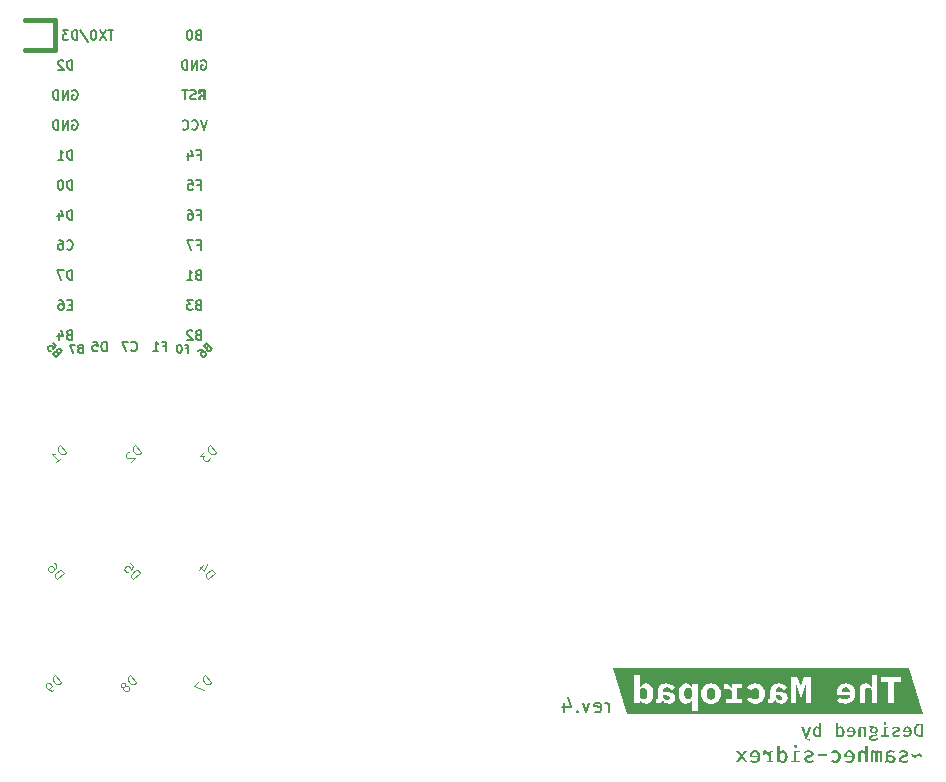
<source format=gbo>
G04 #@! TF.GenerationSoftware,KiCad,Pcbnew,(5.1.10-1-10_14)*
G04 #@! TF.CreationDate,2021-09-20T15:56:21+08:00*
G04 #@! TF.ProjectId,SMP v.2,534d5020-762e-4322-9e6b-696361645f70,rev?*
G04 #@! TF.SameCoordinates,Original*
G04 #@! TF.FileFunction,Legend,Bot*
G04 #@! TF.FilePolarity,Positive*
%FSLAX46Y46*%
G04 Gerber Fmt 4.6, Leading zero omitted, Abs format (unit mm)*
G04 Created by KiCad (PCBNEW (5.1.10-1-10_14)) date 2021-09-20 15:56:21*
%MOMM*%
%LPD*%
G01*
G04 APERTURE LIST*
%ADD10C,0.200000*%
%ADD11C,0.100000*%
%ADD12C,0.381000*%
%ADD13C,0.150000*%
%ADD14C,0.120000*%
%ADD15C,1.000000*%
%ADD16C,2.250000*%
%ADD17C,3.987800*%
%ADD18C,1.750000*%
%ADD19C,1.752600*%
%ADD20R,1.752600X1.752600*%
%ADD21C,6.400000*%
G04 APERTURE END LIST*
D10*
X165236285Y-125129857D02*
X165236285Y-124329857D01*
X165236285Y-124558428D02*
X165179142Y-124444142D01*
X165122000Y-124387000D01*
X165007714Y-124329857D01*
X164893428Y-124329857D01*
X164036285Y-125072714D02*
X164150571Y-125129857D01*
X164379142Y-125129857D01*
X164493428Y-125072714D01*
X164550571Y-124958428D01*
X164550571Y-124501285D01*
X164493428Y-124387000D01*
X164379142Y-124329857D01*
X164150571Y-124329857D01*
X164036285Y-124387000D01*
X163979142Y-124501285D01*
X163979142Y-124615571D01*
X164550571Y-124729857D01*
X163579142Y-124329857D02*
X163293428Y-125129857D01*
X163007714Y-124329857D01*
X162550571Y-125015571D02*
X162493428Y-125072714D01*
X162550571Y-125129857D01*
X162607714Y-125072714D01*
X162550571Y-125015571D01*
X162550571Y-125129857D01*
X161464857Y-124329857D02*
X161464857Y-125129857D01*
X161750571Y-123872714D02*
X162036285Y-124729857D01*
X161293428Y-124729857D01*
D11*
G36*
X189987238Y-121361729D02*
G01*
X189987238Y-122156537D01*
X188234638Y-122156537D01*
X187952063Y-122023187D01*
X187482163Y-122023187D01*
X187482163Y-123032837D01*
X187463113Y-123032837D01*
X187393263Y-122902662D01*
X187293250Y-122796300D01*
X187156725Y-122723275D01*
X186980513Y-122696287D01*
X186764613Y-122735975D01*
X186596338Y-122855037D01*
X186486800Y-123048712D01*
X186457034Y-123171744D01*
X186447113Y-123312237D01*
X186447113Y-124372688D01*
X186917013Y-124372688D01*
X186917013Y-123375738D01*
X186947704Y-123199349D01*
X187039779Y-123093515D01*
X187193238Y-123058237D01*
X187299600Y-123072525D01*
X187393263Y-123116975D01*
X187458350Y-123191587D01*
X187482163Y-123296362D01*
X187482163Y-124372688D01*
X187952063Y-124372688D01*
X187952063Y-122023187D01*
X188234638Y-122156537D01*
X188234638Y-122547062D01*
X188872813Y-122547062D01*
X188872813Y-124372688D01*
X189349063Y-124372688D01*
X189349063Y-122547062D01*
X189987238Y-122547062D01*
X189987238Y-122156537D01*
X189987238Y-121361729D01*
X190648696Y-121361729D01*
X191821858Y-125272271D01*
X185256488Y-124410788D01*
X185509429Y-124385388D01*
X185717921Y-124309188D01*
X185881963Y-124182188D01*
X186000143Y-124011443D01*
X186071051Y-123804010D01*
X186094688Y-123559888D01*
X186080797Y-123369784D01*
X186039125Y-123199525D01*
X185971656Y-123051094D01*
X185880375Y-122926475D01*
X185766075Y-122827256D01*
X185629550Y-122755025D01*
X185472784Y-122710972D01*
X185297763Y-122696287D01*
X185123138Y-122710972D01*
X184967563Y-122755025D01*
X184832625Y-122826066D01*
X184719913Y-122921712D01*
X184629822Y-123041172D01*
X184562750Y-123183650D01*
X184521078Y-123346766D01*
X184507188Y-123528138D01*
X184507188Y-123667838D01*
X185627963Y-123667838D01*
X185627963Y-123696413D01*
X185603356Y-123839684D01*
X185529538Y-123952000D01*
X185408094Y-124024628D01*
X185240613Y-124048838D01*
X185104881Y-124034947D01*
X184989788Y-123993275D01*
X184808813Y-123845638D01*
X184554813Y-124121863D01*
X184669113Y-124231400D01*
X184821513Y-124325063D01*
X185015981Y-124389356D01*
X185256488Y-124410788D01*
X191821858Y-125272271D01*
X190648696Y-125272271D01*
X178992213Y-124372688D01*
X179227163Y-124298075D01*
X179331938Y-124083763D01*
X179347813Y-124083763D01*
X179414091Y-124225844D01*
X179524025Y-124328238D01*
X179670472Y-124390150D01*
X179846288Y-124410788D01*
X180060997Y-124378641D01*
X180228875Y-124282200D01*
X180337222Y-124127816D01*
X180373338Y-123921838D01*
X180326506Y-123698000D01*
X180186013Y-123540838D01*
X180041726Y-123472046D01*
X179858635Y-123430771D01*
X179636738Y-123417013D01*
X179373213Y-123417013D01*
X179373213Y-123334463D01*
X179441475Y-123113800D01*
X179671663Y-123039187D01*
X179912963Y-123096337D01*
X180071713Y-123245562D01*
X180328888Y-123016962D01*
X180222922Y-122889566D01*
X180070125Y-122786775D01*
X179868909Y-122718909D01*
X179617688Y-122696287D01*
X179409725Y-122713397D01*
X179234571Y-122764726D01*
X179092225Y-122850275D01*
X178987274Y-122970396D01*
X178924303Y-123125442D01*
X178903313Y-123315412D01*
X178903313Y-124032963D01*
X178722338Y-124032963D01*
X178722338Y-124372688D01*
X178992213Y-124372688D01*
X190648696Y-125272271D01*
X189987238Y-125272271D01*
X177614262Y-124410788D01*
X177798016Y-124396103D01*
X177961925Y-124352050D01*
X178104006Y-124280216D01*
X178222275Y-124182188D01*
X178316334Y-124059156D01*
X178385787Y-123912313D01*
X178428650Y-123743244D01*
X178442937Y-123553538D01*
X178428650Y-123363831D01*
X178385787Y-123194762D01*
X178316334Y-123047919D01*
X178222275Y-122924887D01*
X178104006Y-122826859D01*
X177961925Y-122755025D01*
X177798809Y-122710972D01*
X177617437Y-122696287D01*
X177374153Y-122723672D01*
X177184050Y-122805825D01*
X177039984Y-122933222D01*
X176934812Y-123096337D01*
X177296762Y-123293187D01*
X177412650Y-123134437D01*
X177617437Y-123070937D01*
X177760709Y-123094353D01*
X177866675Y-123164600D01*
X177932159Y-123275328D01*
X177953987Y-123420188D01*
X177953987Y-123686888D01*
X177932159Y-123831747D01*
X177866675Y-123942475D01*
X177759122Y-124012722D01*
X177611087Y-124036138D01*
X177396775Y-123972638D01*
X177265012Y-123807538D01*
X176909412Y-124010738D01*
X176493487Y-124007563D01*
X176115662Y-124007563D01*
X176115662Y-123099512D01*
X176493487Y-123099512D01*
X176493487Y-122734387D01*
X175645762Y-122734387D01*
X175645762Y-123197937D01*
X175623537Y-123197937D01*
X175561625Y-123024900D01*
X175460025Y-122875675D01*
X175309212Y-122772487D01*
X175099662Y-122734387D01*
X174944087Y-122734387D01*
X174944087Y-123166187D01*
X175293337Y-123166187D01*
X175446531Y-123191984D01*
X175556862Y-123269375D01*
X175623537Y-123384072D01*
X175645762Y-123521788D01*
X175645762Y-124007563D01*
X175106012Y-124007563D01*
X174354728Y-124280216D01*
X174472600Y-124182188D01*
X174566659Y-124059156D01*
X174636113Y-123912313D01*
X174678975Y-123743244D01*
X174693262Y-123553538D01*
X174678975Y-123363831D01*
X174636113Y-123194762D01*
X174566659Y-123047919D01*
X174472600Y-122924887D01*
X174354728Y-122826859D01*
X174213837Y-122755025D01*
X174051912Y-122710972D01*
X173870937Y-122696287D01*
X173689962Y-122710972D01*
X173528037Y-122755025D01*
X173387147Y-122826859D01*
X172731112Y-122734387D01*
X172261212Y-122734387D01*
X172261212Y-123032837D01*
X172238987Y-123032837D01*
X172165169Y-122899487D01*
X172064362Y-122791537D01*
X171929425Y-122720100D01*
X171753212Y-122696287D01*
X171503975Y-122747087D01*
X171310300Y-122902662D01*
X171238069Y-123021725D01*
X171183300Y-123169362D01*
X171148772Y-123346369D01*
X171137262Y-123553538D01*
X171148772Y-123760706D01*
X171183300Y-123937713D01*
X171238069Y-124085350D01*
X171310300Y-124204413D01*
X171503975Y-124359988D01*
X171753212Y-124410788D01*
X171929425Y-124387372D01*
X172064362Y-124317125D01*
X172165169Y-124209572D01*
X172238987Y-124074238D01*
X172261212Y-124074238D01*
X172261212Y-125007688D01*
X172731112Y-125007688D01*
X172731112Y-122734387D01*
X173387147Y-122826859D01*
X173269275Y-122924887D01*
X173175216Y-123047919D01*
X173105762Y-123194762D01*
X173062900Y-123363831D01*
X173048612Y-123553538D01*
X173062900Y-123743244D01*
X173105762Y-123912313D01*
X173175216Y-124059156D01*
X173269275Y-124182188D01*
X173387147Y-124280216D01*
X173528037Y-124352050D01*
X173689962Y-124396103D01*
X173870937Y-124410788D01*
X174051912Y-124396103D01*
X174213837Y-124352050D01*
X174354728Y-124280216D01*
X175106012Y-124007563D01*
X175106012Y-124372688D01*
X176493487Y-124372688D01*
X176493487Y-124007563D01*
X176909412Y-124010738D01*
X177018553Y-124173853D01*
X177168175Y-124301250D01*
X177364628Y-124383403D01*
X177614262Y-124410788D01*
X189987238Y-125272271D01*
X167390762Y-125272271D01*
X169467212Y-124372688D01*
X169702162Y-124298075D01*
X169806937Y-124083763D01*
X169822812Y-124083763D01*
X169889091Y-124225844D01*
X169999025Y-124328238D01*
X170145472Y-124390150D01*
X170321287Y-124410788D01*
X170535997Y-124378641D01*
X170703875Y-124282200D01*
X170812222Y-124127816D01*
X170848337Y-123921838D01*
X170801506Y-123698000D01*
X170661012Y-123540838D01*
X170516726Y-123472046D01*
X170333635Y-123430771D01*
X170111737Y-123417013D01*
X169848212Y-123417013D01*
X169848212Y-123334463D01*
X169916475Y-123113800D01*
X170146662Y-123039187D01*
X170387962Y-123096337D01*
X170546712Y-123245562D01*
X170803887Y-123016962D01*
X170697922Y-122889566D01*
X170545125Y-122786775D01*
X170343909Y-122718909D01*
X170092687Y-122696287D01*
X169884725Y-122713397D01*
X169709571Y-122764726D01*
X169567225Y-122850275D01*
X169462274Y-122970396D01*
X169399303Y-123125442D01*
X169378312Y-123315412D01*
X169378312Y-124032963D01*
X169197337Y-124032963D01*
X169197337Y-124372688D01*
X169467212Y-124372688D01*
X167390762Y-125272271D01*
X166729304Y-125272271D01*
X167390762Y-124372688D01*
X167860662Y-124372688D01*
X167860662Y-124074238D01*
X167882887Y-124074238D01*
X167958691Y-124209572D01*
X168059100Y-124317125D01*
X168192847Y-124387372D01*
X168368662Y-124410788D01*
X168617900Y-124359988D01*
X168811575Y-124204413D01*
X168883806Y-124085350D01*
X168938575Y-123937713D01*
X168973103Y-123760706D01*
X168984612Y-123553538D01*
X168973103Y-123346369D01*
X168938575Y-123169362D01*
X168883806Y-123021725D01*
X168811575Y-122902662D01*
X168617900Y-122747087D01*
X168368662Y-122696287D01*
X168194037Y-122721687D01*
X168059100Y-122791537D01*
X167957500Y-122897900D01*
X167882887Y-123032837D01*
X167860662Y-123032837D01*
X167860662Y-122023187D01*
X167390762Y-122023187D01*
X167390762Y-124372688D01*
X166729304Y-125272271D01*
X165556142Y-121361729D01*
X180662263Y-122156537D01*
X180662263Y-124372688D01*
X181075013Y-124372688D01*
X181075013Y-123385263D01*
X181049613Y-122766137D01*
X181078188Y-122766137D01*
X181490938Y-123905963D01*
X181903688Y-122766137D01*
X181932263Y-122766137D01*
X181906863Y-123385263D01*
X181906863Y-124372688D01*
X182319613Y-124372688D01*
X182319613Y-122156537D01*
X181757638Y-122156537D01*
X181484588Y-122902662D01*
X181459188Y-122902662D01*
X181186138Y-122156537D01*
X180662263Y-122156537D01*
X165556142Y-121361729D01*
X166729304Y-121361729D01*
X167390762Y-121361729D01*
X189987238Y-121361729D01*
G37*
G36*
X173870937Y-124061538D02*
G01*
X173729650Y-124036931D01*
X173623287Y-123963113D01*
X173556612Y-123844050D01*
X173534387Y-123683713D01*
X173534387Y-123423363D01*
X173556612Y-123263025D01*
X173623287Y-123143962D01*
X173729650Y-123070144D01*
X173870937Y-123045537D01*
X174012225Y-123070144D01*
X174118587Y-123143962D01*
X174185262Y-123263025D01*
X174207487Y-123423363D01*
X174207487Y-123683713D01*
X174185262Y-123844050D01*
X174118587Y-123963113D01*
X174012225Y-124036931D01*
X173870937Y-124061538D01*
G37*
G36*
X171956412Y-124045663D02*
G01*
X171815919Y-124021453D01*
X171711937Y-123948825D01*
X171647644Y-123833334D01*
X171626212Y-123680538D01*
X171626212Y-123426538D01*
X171647644Y-123273741D01*
X171711937Y-123158250D01*
X171815919Y-123085622D01*
X171956412Y-123061412D01*
X172170725Y-123121737D01*
X172261212Y-123312237D01*
X172261212Y-123794838D01*
X172170725Y-123985338D01*
X171956412Y-124045663D01*
G37*
G36*
X168165462Y-124045663D02*
G01*
X167951150Y-123985338D01*
X167860662Y-123794838D01*
X167860662Y-123312237D01*
X167951150Y-123121737D01*
X168165462Y-123061412D01*
X168305956Y-123085622D01*
X168409937Y-123158250D01*
X168474231Y-123273741D01*
X168495662Y-123426538D01*
X168495662Y-123680538D01*
X168474231Y-123833334D01*
X168409937Y-123948825D01*
X168305956Y-124021453D01*
X168165462Y-124045663D01*
G37*
G36*
X185294588Y-123032837D02*
G01*
X185431509Y-123056253D01*
X185537475Y-123126500D01*
X185605341Y-123236434D01*
X185627963Y-123378913D01*
X185627963Y-123404313D01*
X184967563Y-123404313D01*
X184967563Y-123378913D01*
X184989391Y-123234450D01*
X185054875Y-123124912D01*
X185158459Y-123055856D01*
X185294588Y-123032837D01*
G37*
G36*
X179668488Y-124102813D02*
G01*
X179458938Y-124042488D01*
X179373213Y-123867863D01*
X179373213Y-123671013D01*
X179624038Y-123671013D01*
X179840731Y-123719431D01*
X179912963Y-123864688D01*
X179912963Y-123928188D01*
X179846288Y-124058363D01*
X179668488Y-124102813D01*
G37*
G36*
X170143487Y-124102813D02*
G01*
X169933937Y-124042488D01*
X169848212Y-123867863D01*
X169848212Y-123671013D01*
X170099037Y-123671013D01*
X170315731Y-123719431D01*
X170387962Y-123864688D01*
X170387962Y-123928188D01*
X170321287Y-124058363D01*
X170143487Y-124102813D01*
G37*
G36*
X187230808Y-126402306D02*
G01*
X187334789Y-126423737D01*
X187398488Y-126427905D01*
X187473696Y-126429294D01*
X187407021Y-126468584D01*
X187517264Y-126538126D01*
X187571768Y-126481505D01*
X187662608Y-126462631D01*
X187736427Y-126474339D01*
X187789608Y-126509462D01*
X187821755Y-126564430D01*
X187832471Y-126635669D01*
X187821556Y-126708098D01*
X187788814Y-126763463D01*
X187735038Y-126798586D01*
X187661021Y-126810294D01*
X187591171Y-126798784D01*
X187540371Y-126764256D01*
X187509414Y-126708297D01*
X187499096Y-126632494D01*
X187517264Y-126538126D01*
X187407021Y-126468584D01*
X187359396Y-126516606D01*
X187330821Y-126574550D01*
X187321296Y-126643606D01*
X187331416Y-126721394D01*
X187361777Y-126789656D01*
X187410791Y-126846409D01*
X187476871Y-126889669D01*
X187558230Y-126917053D01*
X187653083Y-126926181D01*
X187767383Y-126911894D01*
X187794371Y-126942850D01*
X187803896Y-126981744D01*
X187778099Y-127029369D01*
X187700708Y-127045244D01*
X187554658Y-127045244D01*
X187470521Y-127052784D01*
X187395908Y-127075406D01*
X187333797Y-127111323D01*
X187287164Y-127158750D01*
X187257994Y-127215305D01*
X187248271Y-127278606D01*
X187275258Y-127389930D01*
X187356221Y-127473075D01*
X187438771Y-127511440D01*
X187542487Y-127534458D01*
X187667371Y-127542131D01*
X187793775Y-127534789D01*
X187890414Y-127512763D01*
X187960264Y-127476647D01*
X188006302Y-127427038D01*
X188031900Y-127362545D01*
X188040433Y-127281781D01*
X187881683Y-127281781D01*
X187863427Y-127357188D01*
X187799133Y-127398463D01*
X187742777Y-127408583D01*
X187665783Y-127411956D01*
X187556642Y-127404217D01*
X187483221Y-127381000D01*
X187427658Y-127289719D01*
X187471314Y-127211138D01*
X187589583Y-127183356D01*
X187734046Y-127183356D01*
X187833066Y-127171847D01*
X187904702Y-127137319D01*
X187948160Y-127085328D01*
X187962646Y-127021431D01*
X187938833Y-126938881D01*
X187870571Y-126870619D01*
X187935063Y-126826764D01*
X187979314Y-126774575D01*
X188004913Y-126711670D01*
X188013446Y-126635669D01*
X188002333Y-126553317D01*
X187968996Y-126480887D01*
X187915814Y-126420959D01*
X187845171Y-126376112D01*
X187760239Y-126348133D01*
X187664196Y-126338806D01*
X187541760Y-126334837D01*
X187447502Y-126319756D01*
X187364753Y-126293166D01*
X187276846Y-126254669D01*
X187230808Y-126402306D01*
G37*
G36*
X181823783Y-127202406D02*
G01*
X181862677Y-127296686D01*
X181911625Y-127376326D01*
X181970627Y-127441325D01*
X182042682Y-127490978D01*
X182130788Y-127524581D01*
X182234945Y-127542131D01*
X182257170Y-127408781D01*
X182182558Y-127392708D01*
X182123820Y-127369888D01*
X182042858Y-127304006D01*
X181988883Y-127199231D01*
X182049208Y-127199231D01*
X182331783Y-126361031D01*
X182142870Y-126361031D01*
X181931733Y-127075406D01*
X181717420Y-126361031D01*
X181534858Y-126361031D01*
X181823783Y-127202406D01*
G37*
G36*
X184455858Y-126024481D02*
G01*
X184455858Y-127199231D01*
X184613020Y-127199231D01*
X184625720Y-127096044D01*
X184671758Y-127149225D01*
X184727320Y-127188119D01*
X184790820Y-127211931D01*
X184860670Y-127219869D01*
X184956802Y-127206816D01*
X185035648Y-127167658D01*
X185097208Y-127102394D01*
X185141305Y-127014376D01*
X185167764Y-126906955D01*
X185176583Y-126780131D01*
X185166463Y-126658687D01*
X185136102Y-126551531D01*
X185087088Y-126462433D01*
X185021008Y-126395162D01*
X184939649Y-126352895D01*
X184844795Y-126338806D01*
X184727717Y-126361825D01*
X184707477Y-126498747D01*
X184798758Y-126475331D01*
X184879919Y-126494183D01*
X184939252Y-126550737D01*
X184975566Y-126645789D01*
X184987670Y-126780131D01*
X184976756Y-126913481D01*
X184944014Y-127008731D01*
X184889444Y-127065881D01*
X184813045Y-127084931D01*
X184715811Y-127054769D01*
X184633658Y-126964281D01*
X184633658Y-126568994D01*
X184707477Y-126498747D01*
X184727717Y-126361825D01*
X184633658Y-126430881D01*
X184633658Y-126003844D01*
X184455858Y-126024481D01*
G37*
G36*
X182812795Y-126338806D02*
G01*
X182732627Y-126548356D01*
X182786800Y-126493588D01*
X182862008Y-126475331D01*
X182962814Y-126508669D01*
X183042983Y-126595981D01*
X183042983Y-126988094D01*
X182969958Y-127060722D01*
X182877883Y-127084931D01*
X182796722Y-127066080D01*
X182737389Y-127009525D01*
X182701075Y-126914473D01*
X182688970Y-126780131D01*
X182699885Y-126642812D01*
X182732627Y-126548356D01*
X182812795Y-126338806D01*
X182715252Y-126351683D01*
X182636407Y-126390312D01*
X182576258Y-126454694D01*
X182533925Y-126542183D01*
X182508525Y-126650133D01*
X182500058Y-126778544D01*
X182509848Y-126901487D01*
X182539216Y-127007849D01*
X182588164Y-127097631D01*
X182654751Y-127165541D01*
X182737036Y-127206287D01*
X182835020Y-127219869D01*
X182921451Y-127208403D01*
X182994476Y-127174008D01*
X183054095Y-127116681D01*
X183063620Y-127199231D01*
X183220783Y-127199231D01*
X183220783Y-126024481D01*
X183042983Y-126003844D01*
X183042983Y-126461044D01*
X182995953Y-126409053D01*
X182940589Y-126370556D01*
X182878875Y-126346744D01*
X182812795Y-126338806D01*
G37*
G36*
X191553571Y-127199231D02*
G01*
X191637708Y-127059531D01*
X191534521Y-127059531D01*
X191443813Y-127048022D01*
X191369597Y-127013494D01*
X191311874Y-126955947D01*
X191270643Y-126875381D01*
X191245904Y-126771797D01*
X191237658Y-126645194D01*
X191246742Y-126505494D01*
X191273994Y-126399660D01*
X191319414Y-126327694D01*
X191414466Y-126265781D01*
X191536108Y-126245144D01*
X191637708Y-126245144D01*
X191637708Y-127059531D01*
X191553571Y-127199231D01*
X191821858Y-127199231D01*
X191821858Y-126103856D01*
X191571033Y-126103856D01*
X191457824Y-126111050D01*
X191356324Y-126132630D01*
X191266531Y-126168596D01*
X191188446Y-126218950D01*
X191125243Y-126288750D01*
X191080099Y-126383058D01*
X191053012Y-126501872D01*
X191043983Y-126645194D01*
X191053012Y-126788912D01*
X191080099Y-126908917D01*
X191125243Y-127005209D01*
X191188446Y-127077788D01*
X191265439Y-127130919D01*
X191351958Y-127168870D01*
X191448002Y-127191641D01*
X191553571Y-127199231D01*
G37*
G36*
X190464546Y-127081756D02*
G01*
X190352627Y-127063500D01*
X190243883Y-127008731D01*
X190167683Y-127116681D01*
X190231580Y-127160338D01*
X190305796Y-127192881D01*
X190387155Y-127213122D01*
X190472483Y-127219869D01*
X190591016Y-127206551D01*
X190690500Y-127166599D01*
X190770933Y-127100013D01*
X190830023Y-127011201D01*
X190865477Y-126904574D01*
X190877296Y-126780131D01*
X190865786Y-126660870D01*
X190831258Y-126553912D01*
X190774902Y-126464020D01*
X190697908Y-126395956D01*
X190603452Y-126353094D01*
X190494708Y-126338806D01*
X190391256Y-126351242D01*
X190303150Y-126388548D01*
X190230389Y-126450725D01*
X190176150Y-126534598D01*
X190143606Y-126636992D01*
X190132758Y-126757906D01*
X190137521Y-126837281D01*
X190694733Y-126716631D01*
X190305796Y-126716631D01*
X190320083Y-126611459D01*
X190356596Y-126534069D01*
X190414539Y-126486444D01*
X190493121Y-126470569D01*
X190570908Y-126486047D01*
X190632821Y-126532481D01*
X190675286Y-126609475D01*
X190694733Y-126716631D01*
X190137521Y-126837281D01*
X190693145Y-126837281D01*
X190671516Y-126944239D01*
X190622502Y-127020638D01*
X190551660Y-127066477D01*
X190464546Y-127081756D01*
G37*
G36*
X185702045Y-127081756D02*
G01*
X185590127Y-127063500D01*
X185481383Y-127008731D01*
X185405183Y-127116681D01*
X185469080Y-127160338D01*
X185543295Y-127192881D01*
X185624655Y-127213122D01*
X185709983Y-127219869D01*
X185828516Y-127206551D01*
X185928000Y-127166599D01*
X186008433Y-127100013D01*
X186067523Y-127011201D01*
X186102977Y-126904574D01*
X186114795Y-126780131D01*
X186103286Y-126660870D01*
X186068758Y-126553912D01*
X186012402Y-126464020D01*
X185935408Y-126395956D01*
X185840952Y-126353094D01*
X185732208Y-126338806D01*
X185628756Y-126351242D01*
X185540650Y-126388548D01*
X185467889Y-126450725D01*
X185413650Y-126534598D01*
X185381106Y-126636992D01*
X185370258Y-126757906D01*
X185375020Y-126837281D01*
X185932233Y-126716631D01*
X185543295Y-126716631D01*
X185557583Y-126611459D01*
X185594095Y-126534069D01*
X185652039Y-126486444D01*
X185730620Y-126470569D01*
X185808408Y-126486047D01*
X185870320Y-126532481D01*
X185912786Y-126609475D01*
X185932233Y-126716631D01*
X185375020Y-126837281D01*
X185930645Y-126837281D01*
X185909016Y-126944239D01*
X185860002Y-127020638D01*
X185789160Y-127066477D01*
X185702045Y-127081756D01*
G37*
G36*
X189402508Y-126972219D02*
G01*
X189416796Y-126912688D01*
X189473946Y-126869825D01*
X189527524Y-126849386D01*
X189602533Y-126827756D01*
X189723381Y-126787870D01*
X189809702Y-126738062D01*
X189861494Y-126671189D01*
X189878758Y-126580106D01*
X189856136Y-126481483D01*
X189788271Y-126404687D01*
X189720890Y-126368087D01*
X189639398Y-126346126D01*
X189543796Y-126338806D01*
X189425791Y-126349566D01*
X189319429Y-126381845D01*
X189224708Y-126435644D01*
X189300908Y-126548356D01*
X189416796Y-126492397D01*
X189539033Y-126473744D01*
X189658096Y-126496762D01*
X189697783Y-126565819D01*
X189679527Y-126618206D01*
X189616821Y-126657100D01*
X189561655Y-126676745D01*
X189485058Y-126699169D01*
X189365797Y-126741634D01*
X189281064Y-126792831D01*
X189230463Y-126862284D01*
X189213596Y-126959519D01*
X189240186Y-127072430D01*
X189319958Y-127153988D01*
X189396511Y-127190588D01*
X189484352Y-127212549D01*
X189583483Y-127219869D01*
X189714187Y-127206816D01*
X189829016Y-127167658D01*
X189927971Y-127102394D01*
X189834308Y-126994444D01*
X189778944Y-127031552D01*
X189717627Y-127060325D01*
X189651944Y-127078780D01*
X189583483Y-127084931D01*
X189508275Y-127077391D01*
X189450927Y-127054769D01*
X189402508Y-126972219D01*
G37*
G36*
X187030783Y-126361031D02*
G01*
X186876796Y-126361031D01*
X186864096Y-126470569D01*
X186807144Y-126414411D01*
X186741064Y-126372937D01*
X186668635Y-126347339D01*
X186592633Y-126338806D01*
X186491033Y-126355078D01*
X186418008Y-126403894D01*
X186373955Y-126482475D01*
X186359270Y-126588044D01*
X186359270Y-127199231D01*
X186537070Y-127199231D01*
X186537070Y-126676944D01*
X186545802Y-126557087D01*
X186579933Y-126495175D01*
X186656133Y-126475331D01*
X186764877Y-126510256D01*
X186852983Y-126597569D01*
X186852983Y-127199231D01*
X187030783Y-127199231D01*
X187030783Y-126361031D01*
G37*
G36*
X188478583Y-127069056D02*
G01*
X188249983Y-127069056D01*
X188249983Y-127199231D01*
X188905621Y-127199231D01*
X188905621Y-127069056D01*
X188656383Y-127069056D01*
X188656383Y-126491206D01*
X188897683Y-126491206D01*
X188897683Y-126361031D01*
X188478583Y-126361031D01*
X188478583Y-127069056D01*
G37*
G36*
X188484933Y-126062581D02*
G01*
X188517477Y-126141956D01*
X188600821Y-126173706D01*
X188684958Y-126141956D01*
X188716708Y-126062581D01*
X188684164Y-125981619D01*
X188600821Y-125949869D01*
X188517477Y-125982412D01*
X188484933Y-126062581D01*
G37*
G36*
X180890968Y-128024255D02*
G01*
X180930020Y-128119505D01*
X181030033Y-128157605D01*
X181130998Y-128119505D01*
X181169098Y-128024255D01*
X181130045Y-127927100D01*
X181030033Y-127889000D01*
X180930020Y-127928052D01*
X180890968Y-128024255D01*
G37*
G36*
X183660838Y-128704340D02*
G01*
X182971228Y-128704340D01*
X182971228Y-128879600D01*
X183660838Y-128879600D01*
X183660838Y-128704340D01*
G37*
G36*
X191267503Y-128715770D02*
G01*
X191191303Y-128775778D01*
X191128438Y-128793875D01*
X191031283Y-128753870D01*
X190947463Y-128637665D01*
X190812208Y-128702435D01*
X190876264Y-128812925D01*
X190946511Y-128896745D01*
X191030092Y-128949609D01*
X191134153Y-128967230D01*
X191250358Y-128938655D01*
X191360848Y-128856740D01*
X191438001Y-128796733D01*
X191505628Y-128776730D01*
X191602783Y-128816735D01*
X191686603Y-128932940D01*
X191821858Y-128868170D01*
X191757802Y-128758871D01*
X191687556Y-128674813D01*
X191603974Y-128621234D01*
X191499913Y-128603375D01*
X191379898Y-128631950D01*
X191267503Y-128715770D01*
G37*
G36*
X180883348Y-129232025D02*
G01*
X180609028Y-129232025D01*
X180609028Y-129388235D01*
X181395793Y-129388235D01*
X181395793Y-129232025D01*
X181096708Y-129232025D01*
X181096708Y-128538605D01*
X181386268Y-128538605D01*
X181386268Y-128382395D01*
X180883348Y-128382395D01*
X180883348Y-129232025D01*
G37*
G36*
X178281118Y-128382395D02*
G01*
X178317313Y-128753870D01*
X178469713Y-128753870D01*
X178469713Y-128548130D01*
X178567582Y-128570037D01*
X178651640Y-128631950D01*
X178720935Y-128730534D01*
X178774513Y-128862455D01*
X178774513Y-129235835D01*
X178572583Y-129235835D01*
X178572583Y-129388235D01*
X179136463Y-129388235D01*
X179136463Y-129235835D01*
X178987873Y-129235835D01*
X178987873Y-128534795D01*
X179136463Y-128534795D01*
X179136463Y-128382395D01*
X178825948Y-128382395D01*
X178787848Y-128614805D01*
X178722364Y-128501696D01*
X178644020Y-128421447D01*
X178549009Y-128373584D01*
X178433518Y-128357630D01*
X178281118Y-128382395D01*
G37*
G36*
X184127563Y-129152015D02*
G01*
X184030408Y-129289175D01*
X184103751Y-129340372D01*
X184190428Y-129379663D01*
X184285202Y-129404666D01*
X184382833Y-129413000D01*
X184525285Y-129397231D01*
X184645300Y-129349923D01*
X184742878Y-129271078D01*
X184814845Y-129165773D01*
X184858025Y-129039091D01*
X184872418Y-128891030D01*
X184857654Y-128745059D01*
X184813363Y-128615757D01*
X184741211Y-128507649D01*
X184642866Y-128425257D01*
X184521184Y-128373108D01*
X184379023Y-128355725D01*
X184251388Y-128369272D01*
X184135183Y-128409912D01*
X184030408Y-128477645D01*
X184129468Y-128610995D01*
X184251864Y-128548130D01*
X184375213Y-128527175D01*
X184487608Y-128549797D01*
X184573333Y-128617662D01*
X184627626Y-128731248D01*
X184645723Y-128891030D01*
X184627626Y-129046288D01*
X184573333Y-129153920D01*
X184487608Y-129216785D01*
X184375213Y-129237740D01*
X184253293Y-129216309D01*
X184127563Y-129152015D01*
G37*
G36*
X181992058Y-129115820D02*
G01*
X182009203Y-129044383D01*
X182077783Y-128992948D01*
X182142077Y-128968421D01*
X182232088Y-128942465D01*
X182377106Y-128894602D01*
X182480690Y-128834833D01*
X182542841Y-128754584D01*
X182563558Y-128645285D01*
X182536412Y-128526937D01*
X182454973Y-128434782D01*
X182374116Y-128390862D01*
X182276326Y-128364509D01*
X182161603Y-128355725D01*
X182019998Y-128368637D01*
X181892363Y-128407372D01*
X181778698Y-128471930D01*
X181870138Y-128607185D01*
X182009203Y-128540034D01*
X182155888Y-128517650D01*
X182298763Y-128545272D01*
X182346388Y-128628140D01*
X182324480Y-128691005D01*
X182249233Y-128737678D01*
X182183034Y-128761252D01*
X182091118Y-128788160D01*
X181948005Y-128839119D01*
X181846326Y-128900555D01*
X181785604Y-128983899D01*
X181765363Y-129100580D01*
X181797272Y-129236073D01*
X181892998Y-129333943D01*
X181984861Y-129377863D01*
X182090271Y-129404216D01*
X182209228Y-129413000D01*
X182366073Y-129397337D01*
X182503868Y-129350347D01*
X182622613Y-129272030D01*
X182510218Y-129142490D01*
X182443781Y-129187019D01*
X182370200Y-129221548D01*
X182291381Y-129243693D01*
X182209228Y-129251075D01*
X182118979Y-129242026D01*
X182050160Y-129214880D01*
X181992058Y-129115820D01*
G37*
G36*
X189993058Y-129115820D02*
G01*
X190010203Y-129044383D01*
X190078783Y-128992948D01*
X190143077Y-128968421D01*
X190233088Y-128942465D01*
X190378106Y-128894602D01*
X190481691Y-128834833D01*
X190543841Y-128754584D01*
X190564558Y-128645285D01*
X190537412Y-128526937D01*
X190455973Y-128434782D01*
X190375116Y-128390862D01*
X190277326Y-128364509D01*
X190162603Y-128355725D01*
X190020998Y-128368637D01*
X189893363Y-128407372D01*
X189779698Y-128471930D01*
X189871138Y-128607185D01*
X190010203Y-128540034D01*
X190156888Y-128517650D01*
X190299763Y-128545272D01*
X190347388Y-128628140D01*
X190325481Y-128691005D01*
X190250233Y-128737678D01*
X190184034Y-128761252D01*
X190092118Y-128788160D01*
X189949005Y-128839119D01*
X189847326Y-128900555D01*
X189786604Y-128983899D01*
X189766363Y-129100580D01*
X189798272Y-129236073D01*
X189893998Y-129333943D01*
X189985861Y-129377863D01*
X190091271Y-129404216D01*
X190210228Y-129413000D01*
X190367073Y-129397337D01*
X190504868Y-129350347D01*
X190623613Y-129272030D01*
X190511218Y-129142490D01*
X190444781Y-129187019D01*
X190371201Y-129221548D01*
X190292381Y-129243693D01*
X190210228Y-129251075D01*
X190119979Y-129242026D01*
X190051161Y-129214880D01*
X189993058Y-129115820D01*
G37*
G36*
X177551503Y-129247265D02*
G01*
X177417200Y-129225358D01*
X177286708Y-129159635D01*
X177195268Y-129289175D01*
X177271944Y-129341563D01*
X177361003Y-129380615D01*
X177458634Y-129404904D01*
X177561028Y-129413000D01*
X177703268Y-129397019D01*
X177822648Y-129349077D01*
X177919168Y-129269173D01*
X177990076Y-129162598D01*
X178032621Y-129034646D01*
X178046803Y-128885315D01*
X178032992Y-128742202D01*
X177991558Y-128613852D01*
X177923930Y-128505982D01*
X177831538Y-128424305D01*
X177718190Y-128372870D01*
X177587698Y-128355725D01*
X177463555Y-128370647D01*
X177357828Y-128415415D01*
X177270515Y-128490027D01*
X177205428Y-128590675D01*
X177166375Y-128713548D01*
X177153358Y-128858645D01*
X177159073Y-128953895D01*
X177827728Y-128809115D01*
X177361003Y-128809115D01*
X177378148Y-128682909D01*
X177421963Y-128590040D01*
X177491495Y-128532890D01*
X177585793Y-128513840D01*
X177679138Y-128532414D01*
X177753433Y-128588135D01*
X177804392Y-128680528D01*
X177827728Y-128809115D01*
X177159073Y-128953895D01*
X177825823Y-128953895D01*
X177799867Y-129082244D01*
X177741050Y-129173922D01*
X177656040Y-129228929D01*
X177551503Y-129247265D01*
G37*
G36*
X185552503Y-129247265D02*
G01*
X185418201Y-129225358D01*
X185287708Y-129159635D01*
X185196268Y-129289175D01*
X185272944Y-129341563D01*
X185362003Y-129380615D01*
X185459634Y-129404904D01*
X185562028Y-129413000D01*
X185704268Y-129397019D01*
X185823648Y-129349077D01*
X185920168Y-129269173D01*
X185991076Y-129162598D01*
X186033621Y-129034646D01*
X186047803Y-128885315D01*
X186033992Y-128742202D01*
X185992558Y-128613852D01*
X185924930Y-128505982D01*
X185832538Y-128424305D01*
X185719191Y-128372870D01*
X185588698Y-128355725D01*
X185464556Y-128370647D01*
X185358828Y-128415415D01*
X185271516Y-128490027D01*
X185206428Y-128590675D01*
X185167376Y-128713548D01*
X185154358Y-128858645D01*
X185160073Y-128953895D01*
X185828728Y-128809115D01*
X185362003Y-128809115D01*
X185379148Y-128682909D01*
X185422963Y-128590040D01*
X185492496Y-128532890D01*
X185586793Y-128513840D01*
X185680138Y-128532414D01*
X185754433Y-128588135D01*
X185805392Y-128680528D01*
X185828728Y-128809115D01*
X185160073Y-128953895D01*
X185826823Y-128953895D01*
X185800867Y-129082244D01*
X185742051Y-129173922D01*
X185657040Y-129228929D01*
X185552503Y-129247265D01*
G37*
G36*
X188587168Y-129268220D02*
G01*
X188874823Y-129127250D01*
X188874823Y-128904365D01*
X188992933Y-128904365D01*
X189118187Y-128916509D01*
X189204388Y-128952943D01*
X189254394Y-129012236D01*
X189271063Y-129092960D01*
X189228201Y-129214880D01*
X189101518Y-129256790D01*
X188972931Y-129222500D01*
X188874823Y-129127250D01*
X188587168Y-129268220D01*
X188636698Y-129413000D01*
X188767667Y-129368709D01*
X188844343Y-129273935D01*
X188906494Y-129334181D01*
X188982456Y-129377758D01*
X189069371Y-129404189D01*
X189164383Y-129413000D01*
X189301067Y-129391569D01*
X189406318Y-129327275D01*
X189473469Y-129227739D01*
X189495853Y-129100580D01*
X189464659Y-128960563D01*
X189371076Y-128856740D01*
X189276355Y-128809115D01*
X189158562Y-128780540D01*
X189017698Y-128771015D01*
X188874823Y-128771015D01*
X188874823Y-128706245D01*
X188889111Y-128623854D01*
X188931973Y-128567180D01*
X189001982Y-128534319D01*
X189097708Y-128523365D01*
X189221533Y-128536700D01*
X189364408Y-128574800D01*
X189417748Y-128424305D01*
X189298156Y-128386205D01*
X189180681Y-128363345D01*
X189065323Y-128355725D01*
X188942980Y-128365462D01*
X188842650Y-128394672D01*
X188764333Y-128443355D01*
X188688609Y-128549559D01*
X188663368Y-128692910D01*
X188663368Y-129142490D01*
X188646223Y-129227263D01*
X188587168Y-129268220D01*
G37*
G36*
X176947618Y-129388235D02*
G01*
X176585668Y-128858645D01*
X176907613Y-128382395D01*
X176661868Y-128382395D01*
X176456128Y-128736725D01*
X176250388Y-128382395D01*
X176016073Y-128382395D01*
X176330398Y-128849120D01*
X175968448Y-129388235D01*
X176218003Y-129388235D01*
X176465653Y-128976755D01*
X176711398Y-129388235D01*
X176947618Y-129388235D01*
G37*
G36*
X187396543Y-128641475D02*
G01*
X187396543Y-129388235D01*
X187585138Y-129388235D01*
X187585138Y-128670050D01*
X187597521Y-128553845D01*
X187651813Y-128521460D01*
X187728966Y-128546701D01*
X187800403Y-128622425D01*
X187800403Y-129388235D01*
X187973758Y-129388235D01*
X187973758Y-128670050D01*
X187986141Y-128553845D01*
X188040433Y-128521460D01*
X188117586Y-128546701D01*
X188189023Y-128622425D01*
X188189023Y-129388235D01*
X188379523Y-129388235D01*
X188379523Y-128382395D01*
X188219503Y-128382395D01*
X188204263Y-128490980D01*
X188107108Y-128390015D01*
X187988998Y-128355725D01*
X187879461Y-128387634D01*
X187817548Y-128483360D01*
X187718488Y-128389062D01*
X187596568Y-128355725D01*
X187513224Y-128371917D01*
X187449883Y-128420495D01*
X187409878Y-128508125D01*
X187396543Y-128641475D01*
G37*
G36*
X186933628Y-128506220D02*
G01*
X186867667Y-128440974D01*
X186791706Y-128393825D01*
X186708600Y-128365250D01*
X186621208Y-128355725D01*
X186499288Y-128375013D01*
X186411658Y-128432877D01*
X186358794Y-128526937D01*
X186341173Y-128654810D01*
X186341173Y-129388235D01*
X186554533Y-129388235D01*
X186554533Y-128687195D01*
X186588823Y-128558607D01*
X186699313Y-128519555D01*
X186827901Y-128562417D01*
X186933628Y-128668145D01*
X186933628Y-129388235D01*
X187146988Y-129388235D01*
X187146988Y-127980440D01*
X186933628Y-127957580D01*
X186933628Y-128506220D01*
G37*
G36*
X179485078Y-127978535D02*
G01*
X179485078Y-129388235D01*
X179673673Y-129388235D01*
X179688913Y-129264410D01*
X179744158Y-129328228D01*
X179810833Y-129374900D01*
X179887033Y-129403475D01*
X179970853Y-129413000D01*
X180086211Y-129397337D01*
X180180826Y-129350347D01*
X180254698Y-129272030D01*
X180307615Y-129166408D01*
X180339365Y-129037503D01*
X180349948Y-128885315D01*
X180337804Y-128739583D01*
X180301370Y-128610995D01*
X180242554Y-128504077D01*
X180163258Y-128423352D01*
X180065627Y-128372632D01*
X179951803Y-128355725D01*
X179811309Y-128383347D01*
X179787020Y-128547654D01*
X179896558Y-128519555D01*
X179993951Y-128542177D01*
X180065150Y-128610042D01*
X180108727Y-128724104D01*
X180123253Y-128885315D01*
X180110156Y-129045335D01*
X180070865Y-129159635D01*
X180005381Y-129228215D01*
X179913703Y-129251075D01*
X179797022Y-129214880D01*
X179698438Y-129106295D01*
X179698438Y-128631950D01*
X179787020Y-128547654D01*
X179811309Y-128383347D01*
X179698438Y-128466215D01*
X179698438Y-127953770D01*
X179485078Y-127978535D01*
G37*
D12*
X118313200Y-69088000D02*
X115773200Y-69088000D01*
X118313200Y-66548000D02*
X118313200Y-69088000D01*
D13*
G36*
X130707835Y-72837030D02*
G01*
X130707835Y-72937030D01*
X130807835Y-72937030D01*
X130807835Y-72837030D01*
X130707835Y-72837030D01*
G37*
X130707835Y-72837030D02*
X130707835Y-72937030D01*
X130807835Y-72937030D01*
X130807835Y-72837030D01*
X130707835Y-72837030D01*
G36*
X130907835Y-72437030D02*
G01*
X130907835Y-73237030D01*
X131007835Y-73237030D01*
X131007835Y-72437030D01*
X130907835Y-72437030D01*
G37*
X130907835Y-72437030D02*
X130907835Y-73237030D01*
X131007835Y-73237030D01*
X131007835Y-72437030D01*
X130907835Y-72437030D01*
G36*
X130507835Y-73037030D02*
G01*
X130507835Y-73237030D01*
X130607835Y-73237030D01*
X130607835Y-73037030D01*
X130507835Y-73037030D01*
G37*
X130507835Y-73037030D02*
X130507835Y-73237030D01*
X130607835Y-73237030D01*
X130607835Y-73037030D01*
X130507835Y-73037030D01*
G36*
X130507835Y-72437030D02*
G01*
X130507835Y-72737030D01*
X130607835Y-72737030D01*
X130607835Y-72437030D01*
X130507835Y-72437030D01*
G37*
X130507835Y-72437030D02*
X130507835Y-72737030D01*
X130607835Y-72737030D01*
X130607835Y-72437030D01*
X130507835Y-72437030D01*
G36*
X130507835Y-72437030D02*
G01*
X130507835Y-72537030D01*
X131007835Y-72537030D01*
X131007835Y-72437030D01*
X130507835Y-72437030D01*
G37*
X130507835Y-72437030D02*
X130507835Y-72537030D01*
X131007835Y-72537030D01*
X131007835Y-72437030D01*
X130507835Y-72437030D01*
D12*
X118313200Y-66548000D02*
X115773200Y-66548000D01*
D14*
X118880776Y-122575434D02*
X118315090Y-122009749D01*
X118180403Y-122144436D01*
X118126528Y-122252185D01*
X118126528Y-122359935D01*
X118153466Y-122440747D01*
X118234278Y-122575434D01*
X118315090Y-122656246D01*
X118449777Y-122737059D01*
X118530589Y-122763996D01*
X118638339Y-122763996D01*
X118746089Y-122710121D01*
X118880776Y-122575434D01*
X118288153Y-123168057D02*
X118180403Y-123275807D01*
X118099591Y-123302744D01*
X118045716Y-123302744D01*
X117911029Y-123275807D01*
X117776342Y-123194994D01*
X117560843Y-122979495D01*
X117533905Y-122898683D01*
X117533905Y-122844808D01*
X117560843Y-122763996D01*
X117668592Y-122656246D01*
X117749405Y-122629309D01*
X117803279Y-122629309D01*
X117884092Y-122656246D01*
X118018779Y-122790933D01*
X118045716Y-122871746D01*
X118045716Y-122925620D01*
X118018779Y-123006433D01*
X117911029Y-123114182D01*
X117830217Y-123141120D01*
X117776342Y-123141120D01*
X117695530Y-123114182D01*
X125230776Y-122575434D02*
X124665090Y-122009749D01*
X124530403Y-122144436D01*
X124476528Y-122252185D01*
X124476528Y-122359935D01*
X124503466Y-122440747D01*
X124584278Y-122575434D01*
X124665090Y-122656246D01*
X124799777Y-122737059D01*
X124880589Y-122763996D01*
X124988339Y-122763996D01*
X125096089Y-122710121D01*
X125230776Y-122575434D01*
X124261029Y-122898683D02*
X124287966Y-122817871D01*
X124287966Y-122763996D01*
X124261029Y-122683184D01*
X124234092Y-122656246D01*
X124153279Y-122629309D01*
X124099405Y-122629309D01*
X124018592Y-122656246D01*
X123910843Y-122763996D01*
X123883905Y-122844808D01*
X123883905Y-122898683D01*
X123910843Y-122979495D01*
X123937780Y-123006433D01*
X124018592Y-123033370D01*
X124072467Y-123033370D01*
X124153279Y-123006433D01*
X124261029Y-122898683D01*
X124341841Y-122871746D01*
X124395716Y-122871746D01*
X124476528Y-122898683D01*
X124584278Y-123006433D01*
X124611215Y-123087245D01*
X124611215Y-123141120D01*
X124584278Y-123221932D01*
X124476528Y-123329681D01*
X124395716Y-123356619D01*
X124341841Y-123356619D01*
X124261029Y-123329681D01*
X124153279Y-123221932D01*
X124126342Y-123141120D01*
X124126342Y-123087245D01*
X124153279Y-123006433D01*
X131580776Y-122575434D02*
X131015090Y-122009749D01*
X130880403Y-122144436D01*
X130826528Y-122252185D01*
X130826528Y-122359935D01*
X130853466Y-122440747D01*
X130934278Y-122575434D01*
X131015090Y-122656246D01*
X131149777Y-122737059D01*
X131230589Y-122763996D01*
X131338339Y-122763996D01*
X131446089Y-122710121D01*
X131580776Y-122575434D01*
X130503279Y-122521559D02*
X130126156Y-122898683D01*
X130934278Y-123221932D01*
X118520857Y-113885494D02*
X119086542Y-113319808D01*
X118951855Y-113185121D01*
X118844106Y-113131246D01*
X118736356Y-113131246D01*
X118655544Y-113158184D01*
X118520857Y-113238996D01*
X118440045Y-113319808D01*
X118359233Y-113454495D01*
X118332295Y-113535307D01*
X118332295Y-113643057D01*
X118386170Y-113750807D01*
X118520857Y-113885494D01*
X118278420Y-112511686D02*
X118386170Y-112619436D01*
X118413107Y-112700248D01*
X118413107Y-112754123D01*
X118386170Y-112888810D01*
X118305358Y-113023497D01*
X118089858Y-113238996D01*
X118009046Y-113265933D01*
X117955171Y-113265933D01*
X117874359Y-113238996D01*
X117766610Y-113131246D01*
X117739672Y-113050434D01*
X117739672Y-112996559D01*
X117766610Y-112915747D01*
X117901297Y-112781060D01*
X117982109Y-112754123D01*
X118035984Y-112754123D01*
X118116796Y-112781060D01*
X118224545Y-112888810D01*
X118251483Y-112969622D01*
X118251483Y-113023497D01*
X118224545Y-113104309D01*
X124975133Y-113885494D02*
X125540818Y-113319808D01*
X125406131Y-113185121D01*
X125298382Y-113131246D01*
X125190632Y-113131246D01*
X125109820Y-113158184D01*
X124975133Y-113238996D01*
X124894321Y-113319808D01*
X124813509Y-113454495D01*
X124786571Y-113535307D01*
X124786571Y-113643057D01*
X124840446Y-113750807D01*
X124975133Y-113885494D01*
X124705759Y-112484749D02*
X124975133Y-112754123D01*
X124732696Y-113050434D01*
X124732696Y-112996559D01*
X124705759Y-112915747D01*
X124571072Y-112781060D01*
X124490260Y-112754123D01*
X124436385Y-112754123D01*
X124355573Y-112781060D01*
X124220886Y-112915747D01*
X124193948Y-112996559D01*
X124193948Y-113050434D01*
X124220886Y-113131246D01*
X124355573Y-113265933D01*
X124436385Y-113292871D01*
X124490260Y-113292871D01*
X131304813Y-113885494D02*
X131870498Y-113319808D01*
X131735811Y-113185121D01*
X131628062Y-113131246D01*
X131520312Y-113131246D01*
X131439500Y-113158184D01*
X131304813Y-113238996D01*
X131224001Y-113319808D01*
X131143189Y-113454495D01*
X131116251Y-113535307D01*
X131116251Y-113643057D01*
X131170126Y-113750807D01*
X131304813Y-113885494D01*
X130873814Y-112700248D02*
X130496691Y-113077371D01*
X131224001Y-112619436D02*
X130954627Y-113158184D01*
X130604440Y-112807997D01*
X132005040Y-103115004D02*
X131439354Y-102549319D01*
X131304667Y-102684006D01*
X131250792Y-102791755D01*
X131250792Y-102899505D01*
X131277730Y-102980317D01*
X131358542Y-103115004D01*
X131439354Y-103195816D01*
X131574041Y-103276629D01*
X131654853Y-103303566D01*
X131762603Y-103303566D01*
X131870353Y-103249691D01*
X132005040Y-103115004D01*
X130927543Y-103061129D02*
X130577357Y-103411316D01*
X130981418Y-103438253D01*
X130900606Y-103519065D01*
X130873669Y-103599877D01*
X130873669Y-103653752D01*
X130900606Y-103734564D01*
X131035293Y-103869251D01*
X131116105Y-103896189D01*
X131169980Y-103896189D01*
X131250792Y-103869251D01*
X131412417Y-103707627D01*
X131439354Y-103626815D01*
X131439354Y-103572940D01*
X125655040Y-103115004D02*
X125089354Y-102549319D01*
X124954667Y-102684006D01*
X124900792Y-102791755D01*
X124900792Y-102899505D01*
X124927730Y-102980317D01*
X125008542Y-103115004D01*
X125089354Y-103195816D01*
X125224041Y-103276629D01*
X125304853Y-103303566D01*
X125412603Y-103303566D01*
X125520353Y-103249691D01*
X125655040Y-103115004D01*
X124604481Y-103141941D02*
X124550606Y-103141941D01*
X124469794Y-103168879D01*
X124335107Y-103303566D01*
X124308169Y-103384378D01*
X124308169Y-103438253D01*
X124335107Y-103519065D01*
X124388982Y-103572940D01*
X124496731Y-103626815D01*
X125143229Y-103626815D01*
X124793043Y-103977001D01*
X119305040Y-103115004D02*
X118739354Y-102549319D01*
X118604667Y-102684006D01*
X118550792Y-102791755D01*
X118550792Y-102899505D01*
X118577730Y-102980317D01*
X118658542Y-103115004D01*
X118739354Y-103195816D01*
X118874041Y-103276629D01*
X118954853Y-103303566D01*
X119062603Y-103303566D01*
X119170353Y-103249691D01*
X119305040Y-103115004D01*
X118443043Y-103977001D02*
X118766292Y-103653752D01*
X118604667Y-103815377D02*
X118038982Y-103249691D01*
X118173669Y-103276629D01*
X118281418Y-103276629D01*
X118362230Y-103249691D01*
D13*
X122713676Y-94549904D02*
X122713676Y-93749904D01*
X122523200Y-93749904D01*
X122408914Y-93788000D01*
X122332723Y-93864190D01*
X122294628Y-93940380D01*
X122256533Y-94092761D01*
X122256533Y-94207047D01*
X122294628Y-94359428D01*
X122332723Y-94435619D01*
X122408914Y-94511809D01*
X122523200Y-94549904D01*
X122713676Y-94549904D01*
X121532723Y-93749904D02*
X121913676Y-93749904D01*
X121951771Y-94130857D01*
X121913676Y-94092761D01*
X121837485Y-94054666D01*
X121647009Y-94054666D01*
X121570819Y-94092761D01*
X121532723Y-94130857D01*
X121494628Y-94207047D01*
X121494628Y-94397523D01*
X121532723Y-94473714D01*
X121570819Y-94511809D01*
X121647009Y-94549904D01*
X121837485Y-94549904D01*
X121913676Y-94511809D01*
X121951771Y-94473714D01*
X127469866Y-94130857D02*
X127736533Y-94130857D01*
X127736533Y-94549904D02*
X127736533Y-93749904D01*
X127355580Y-93749904D01*
X126631771Y-94549904D02*
X127088914Y-94549904D01*
X126860342Y-94549904D02*
X126860342Y-93749904D01*
X126936533Y-93864190D01*
X127012723Y-93940380D01*
X127088914Y-93978476D01*
X124796533Y-94473714D02*
X124834628Y-94511809D01*
X124948914Y-94549904D01*
X125025104Y-94549904D01*
X125139390Y-94511809D01*
X125215580Y-94435619D01*
X125253676Y-94359428D01*
X125291771Y-94207047D01*
X125291771Y-94092761D01*
X125253676Y-93940380D01*
X125215580Y-93864190D01*
X125139390Y-93788000D01*
X125025104Y-93749904D01*
X124948914Y-93749904D01*
X124834628Y-93788000D01*
X124796533Y-93826095D01*
X124529866Y-93749904D02*
X123996533Y-93749904D01*
X124339390Y-94549904D01*
X131228191Y-94252297D02*
X131181051Y-94346578D01*
X131181051Y-94393719D01*
X131204621Y-94464429D01*
X131275332Y-94535140D01*
X131346042Y-94558710D01*
X131393183Y-94558710D01*
X131463893Y-94535140D01*
X131652455Y-94346578D01*
X131157480Y-93851603D01*
X130992489Y-94016595D01*
X130968919Y-94087306D01*
X130968919Y-94134446D01*
X130992489Y-94205157D01*
X131039629Y-94252297D01*
X131110340Y-94275867D01*
X131157480Y-94275867D01*
X131228191Y-94252297D01*
X131393183Y-94087306D01*
X130450374Y-94558710D02*
X130544655Y-94464429D01*
X130615365Y-94440859D01*
X130662506Y-94440859D01*
X130780357Y-94464429D01*
X130898208Y-94535140D01*
X131086770Y-94723702D01*
X131110340Y-94794412D01*
X131110340Y-94841553D01*
X131086770Y-94912264D01*
X130992489Y-95006544D01*
X130921778Y-95030115D01*
X130874638Y-95030115D01*
X130803927Y-95006544D01*
X130686076Y-94888693D01*
X130662506Y-94817983D01*
X130662506Y-94770842D01*
X130686076Y-94700132D01*
X130780357Y-94605851D01*
X130851067Y-94582280D01*
X130898208Y-94582280D01*
X130968919Y-94605851D01*
X129396533Y-94338000D02*
X129629866Y-94338000D01*
X129629866Y-94704666D02*
X129629866Y-94004666D01*
X129296533Y-94004666D01*
X128896533Y-94004666D02*
X128829866Y-94004666D01*
X128763200Y-94038000D01*
X128729866Y-94071333D01*
X128696533Y-94138000D01*
X128663200Y-94271333D01*
X128663200Y-94438000D01*
X128696533Y-94571333D01*
X128729866Y-94638000D01*
X128763200Y-94671333D01*
X128829866Y-94704666D01*
X128896533Y-94704666D01*
X128963200Y-94671333D01*
X128996533Y-94638000D01*
X129029866Y-94571333D01*
X129063200Y-94438000D01*
X129063200Y-94271333D01*
X129029866Y-94138000D01*
X128996533Y-94071333D01*
X128963200Y-94038000D01*
X128896533Y-94004666D01*
X120446533Y-94338000D02*
X120346533Y-94371333D01*
X120313200Y-94404666D01*
X120279866Y-94471333D01*
X120279866Y-94571333D01*
X120313200Y-94638000D01*
X120346533Y-94671333D01*
X120413200Y-94704666D01*
X120679866Y-94704666D01*
X120679866Y-94004666D01*
X120446533Y-94004666D01*
X120379866Y-94038000D01*
X120346533Y-94071333D01*
X120313200Y-94138000D01*
X120313200Y-94204666D01*
X120346533Y-94271333D01*
X120379866Y-94304666D01*
X120446533Y-94338000D01*
X120679866Y-94338000D01*
X120046533Y-94004666D02*
X119579866Y-94004666D01*
X119879866Y-94704666D01*
X130236533Y-73201809D02*
X130122247Y-73239904D01*
X129931771Y-73239904D01*
X129855580Y-73201809D01*
X129817485Y-73163714D01*
X129779390Y-73087523D01*
X129779390Y-73011333D01*
X129817485Y-72935142D01*
X129855580Y-72897047D01*
X129931771Y-72858952D01*
X130084152Y-72820857D01*
X130160342Y-72782761D01*
X130198438Y-72744666D01*
X130236533Y-72668476D01*
X130236533Y-72592285D01*
X130198438Y-72516095D01*
X130160342Y-72478000D01*
X130084152Y-72439904D01*
X129893676Y-72439904D01*
X129779390Y-72478000D01*
X129550819Y-72439904D02*
X129093676Y-72439904D01*
X129322247Y-73239904D02*
X129322247Y-72439904D01*
X123281804Y-67379904D02*
X122824661Y-67379904D01*
X123053232Y-68179904D02*
X123053232Y-67379904D01*
X122634185Y-67379904D02*
X122100851Y-68179904D01*
X122100851Y-67379904D02*
X122634185Y-68179904D01*
X121643708Y-67379904D02*
X121567518Y-67379904D01*
X121491328Y-67418000D01*
X121453232Y-67456095D01*
X121415137Y-67532285D01*
X121377042Y-67684666D01*
X121377042Y-67875142D01*
X121415137Y-68027523D01*
X121453232Y-68103714D01*
X121491328Y-68141809D01*
X121567518Y-68179904D01*
X121643708Y-68179904D01*
X121719899Y-68141809D01*
X121757994Y-68103714D01*
X121796089Y-68027523D01*
X121834185Y-67875142D01*
X121834185Y-67684666D01*
X121796089Y-67532285D01*
X121757994Y-67456095D01*
X121719899Y-67418000D01*
X121643708Y-67379904D01*
X120462756Y-67341809D02*
X121148470Y-68370380D01*
X120196089Y-68179904D02*
X120196089Y-67379904D01*
X120005613Y-67379904D01*
X119891328Y-67418000D01*
X119815137Y-67494190D01*
X119777042Y-67570380D01*
X119738947Y-67722761D01*
X119738947Y-67837047D01*
X119777042Y-67989428D01*
X119815137Y-68065619D01*
X119891328Y-68141809D01*
X120005613Y-68179904D01*
X120196089Y-68179904D01*
X119472280Y-67379904D02*
X118977042Y-67379904D01*
X119243708Y-67684666D01*
X119129423Y-67684666D01*
X119053232Y-67722761D01*
X119015137Y-67760857D01*
X118977042Y-67837047D01*
X118977042Y-68027523D01*
X119015137Y-68103714D01*
X119053232Y-68141809D01*
X119129423Y-68179904D01*
X119357994Y-68179904D01*
X119434185Y-68141809D01*
X119472280Y-68103714D01*
X130448009Y-93160857D02*
X130333723Y-93198952D01*
X130295628Y-93237047D01*
X130257533Y-93313238D01*
X130257533Y-93427523D01*
X130295628Y-93503714D01*
X130333723Y-93541809D01*
X130409914Y-93579904D01*
X130714676Y-93579904D01*
X130714676Y-92779904D01*
X130448009Y-92779904D01*
X130371819Y-92818000D01*
X130333723Y-92856095D01*
X130295628Y-92932285D01*
X130295628Y-93008476D01*
X130333723Y-93084666D01*
X130371819Y-93122761D01*
X130448009Y-93160857D01*
X130714676Y-93160857D01*
X129952771Y-92856095D02*
X129914676Y-92818000D01*
X129838485Y-92779904D01*
X129648009Y-92779904D01*
X129571819Y-92818000D01*
X129533723Y-92856095D01*
X129495628Y-92932285D01*
X129495628Y-93008476D01*
X129533723Y-93122761D01*
X129990866Y-93579904D01*
X129495628Y-93579904D01*
X130390866Y-85540857D02*
X130657533Y-85540857D01*
X130657533Y-85959904D02*
X130657533Y-85159904D01*
X130276580Y-85159904D01*
X130048009Y-85159904D02*
X129514676Y-85159904D01*
X129857533Y-85959904D01*
X130390866Y-83000857D02*
X130657533Y-83000857D01*
X130657533Y-83419904D02*
X130657533Y-82619904D01*
X130276580Y-82619904D01*
X129628961Y-82619904D02*
X129781342Y-82619904D01*
X129857533Y-82658000D01*
X129895628Y-82696095D01*
X129971819Y-82810380D01*
X130009914Y-82962761D01*
X130009914Y-83267523D01*
X129971819Y-83343714D01*
X129933723Y-83381809D01*
X129857533Y-83419904D01*
X129705152Y-83419904D01*
X129628961Y-83381809D01*
X129590866Y-83343714D01*
X129552771Y-83267523D01*
X129552771Y-83077047D01*
X129590866Y-83000857D01*
X129628961Y-82962761D01*
X129705152Y-82924666D01*
X129857533Y-82924666D01*
X129933723Y-82962761D01*
X129971819Y-83000857D01*
X130009914Y-83077047D01*
X130390866Y-80460857D02*
X130657533Y-80460857D01*
X130657533Y-80879904D02*
X130657533Y-80079904D01*
X130276580Y-80079904D01*
X129590866Y-80079904D02*
X129971819Y-80079904D01*
X130009914Y-80460857D01*
X129971819Y-80422761D01*
X129895628Y-80384666D01*
X129705152Y-80384666D01*
X129628961Y-80422761D01*
X129590866Y-80460857D01*
X129552771Y-80537047D01*
X129552771Y-80727523D01*
X129590866Y-80803714D01*
X129628961Y-80841809D01*
X129705152Y-80879904D01*
X129895628Y-80879904D01*
X129971819Y-80841809D01*
X130009914Y-80803714D01*
X130448009Y-67760857D02*
X130333723Y-67798952D01*
X130295628Y-67837047D01*
X130257533Y-67913238D01*
X130257533Y-68027523D01*
X130295628Y-68103714D01*
X130333723Y-68141809D01*
X130409914Y-68179904D01*
X130714676Y-68179904D01*
X130714676Y-67379904D01*
X130448009Y-67379904D01*
X130371819Y-67418000D01*
X130333723Y-67456095D01*
X130295628Y-67532285D01*
X130295628Y-67608476D01*
X130333723Y-67684666D01*
X130371819Y-67722761D01*
X130448009Y-67760857D01*
X130714676Y-67760857D01*
X129762295Y-67379904D02*
X129686104Y-67379904D01*
X129609914Y-67418000D01*
X129571819Y-67456095D01*
X129533723Y-67532285D01*
X129495628Y-67684666D01*
X129495628Y-67875142D01*
X129533723Y-68027523D01*
X129571819Y-68103714D01*
X129609914Y-68141809D01*
X129686104Y-68179904D01*
X129762295Y-68179904D01*
X129838485Y-68141809D01*
X129876580Y-68103714D01*
X129914676Y-68027523D01*
X129952771Y-67875142D01*
X129952771Y-67684666D01*
X129914676Y-67532285D01*
X129876580Y-67456095D01*
X129838485Y-67418000D01*
X129762295Y-67379904D01*
X130733723Y-69958000D02*
X130809914Y-69919904D01*
X130924200Y-69919904D01*
X131038485Y-69958000D01*
X131114676Y-70034190D01*
X131152771Y-70110380D01*
X131190866Y-70262761D01*
X131190866Y-70377047D01*
X131152771Y-70529428D01*
X131114676Y-70605619D01*
X131038485Y-70681809D01*
X130924200Y-70719904D01*
X130848009Y-70719904D01*
X130733723Y-70681809D01*
X130695628Y-70643714D01*
X130695628Y-70377047D01*
X130848009Y-70377047D01*
X130352771Y-70719904D02*
X130352771Y-69919904D01*
X129895628Y-70719904D01*
X129895628Y-69919904D01*
X129514676Y-70719904D02*
X129514676Y-69919904D01*
X129324200Y-69919904D01*
X129209914Y-69958000D01*
X129133723Y-70034190D01*
X129095628Y-70110380D01*
X129057533Y-70262761D01*
X129057533Y-70377047D01*
X129095628Y-70529428D01*
X129133723Y-70605619D01*
X129209914Y-70681809D01*
X129324200Y-70719904D01*
X129514676Y-70719904D01*
X131190866Y-74999904D02*
X130924200Y-75799904D01*
X130657533Y-74999904D01*
X129933723Y-75723714D02*
X129971819Y-75761809D01*
X130086104Y-75799904D01*
X130162295Y-75799904D01*
X130276580Y-75761809D01*
X130352771Y-75685619D01*
X130390866Y-75609428D01*
X130428961Y-75457047D01*
X130428961Y-75342761D01*
X130390866Y-75190380D01*
X130352771Y-75114190D01*
X130276580Y-75038000D01*
X130162295Y-74999904D01*
X130086104Y-74999904D01*
X129971819Y-75038000D01*
X129933723Y-75076095D01*
X129133723Y-75723714D02*
X129171819Y-75761809D01*
X129286104Y-75799904D01*
X129362295Y-75799904D01*
X129476580Y-75761809D01*
X129552771Y-75685619D01*
X129590866Y-75609428D01*
X129628961Y-75457047D01*
X129628961Y-75342761D01*
X129590866Y-75190380D01*
X129552771Y-75114190D01*
X129476580Y-75038000D01*
X129362295Y-74999904D01*
X129286104Y-74999904D01*
X129171819Y-75038000D01*
X129133723Y-75076095D01*
X130390866Y-77920857D02*
X130657533Y-77920857D01*
X130657533Y-78339904D02*
X130657533Y-77539904D01*
X130276580Y-77539904D01*
X129628961Y-77806571D02*
X129628961Y-78339904D01*
X129819438Y-77501809D02*
X130009914Y-78073238D01*
X129514676Y-78073238D01*
X130448009Y-88080857D02*
X130333723Y-88118952D01*
X130295628Y-88157047D01*
X130257533Y-88233238D01*
X130257533Y-88347523D01*
X130295628Y-88423714D01*
X130333723Y-88461809D01*
X130409914Y-88499904D01*
X130714676Y-88499904D01*
X130714676Y-87699904D01*
X130448009Y-87699904D01*
X130371819Y-87738000D01*
X130333723Y-87776095D01*
X130295628Y-87852285D01*
X130295628Y-87928476D01*
X130333723Y-88004666D01*
X130371819Y-88042761D01*
X130448009Y-88080857D01*
X130714676Y-88080857D01*
X129495628Y-88499904D02*
X129952771Y-88499904D01*
X129724200Y-88499904D02*
X129724200Y-87699904D01*
X129800390Y-87814190D01*
X129876580Y-87890380D01*
X129952771Y-87928476D01*
X130448009Y-90620857D02*
X130333723Y-90658952D01*
X130295628Y-90697047D01*
X130257533Y-90773238D01*
X130257533Y-90887523D01*
X130295628Y-90963714D01*
X130333723Y-91001809D01*
X130409914Y-91039904D01*
X130714676Y-91039904D01*
X130714676Y-90239904D01*
X130448009Y-90239904D01*
X130371819Y-90278000D01*
X130333723Y-90316095D01*
X130295628Y-90392285D01*
X130295628Y-90468476D01*
X130333723Y-90544666D01*
X130371819Y-90582761D01*
X130448009Y-90620857D01*
X130714676Y-90620857D01*
X129990866Y-90239904D02*
X129495628Y-90239904D01*
X129762295Y-90544666D01*
X129648009Y-90544666D01*
X129571819Y-90582761D01*
X129533723Y-90620857D01*
X129495628Y-90697047D01*
X129495628Y-90887523D01*
X129533723Y-90963714D01*
X129571819Y-91001809D01*
X129648009Y-91039904D01*
X129876580Y-91039904D01*
X129952771Y-91001809D01*
X129990866Y-90963714D01*
X118498902Y-94652991D02*
X118404621Y-94605851D01*
X118357480Y-94605851D01*
X118286770Y-94629421D01*
X118216059Y-94700132D01*
X118192489Y-94770842D01*
X118192489Y-94817983D01*
X118216059Y-94888693D01*
X118404621Y-95077255D01*
X118899596Y-94582280D01*
X118734604Y-94417289D01*
X118663893Y-94393719D01*
X118616753Y-94393719D01*
X118546042Y-94417289D01*
X118498902Y-94464429D01*
X118475332Y-94535140D01*
X118475332Y-94582280D01*
X118498902Y-94652991D01*
X118663893Y-94817983D01*
X118168919Y-93851603D02*
X118404621Y-94087306D01*
X118192489Y-94346578D01*
X118192489Y-94299438D01*
X118168919Y-94228727D01*
X118051067Y-94110876D01*
X117980357Y-94087306D01*
X117933216Y-94087306D01*
X117862506Y-94110876D01*
X117744655Y-94228727D01*
X117721084Y-94299438D01*
X117721084Y-94346578D01*
X117744655Y-94417289D01*
X117862506Y-94535140D01*
X117933216Y-94558710D01*
X117980357Y-94558710D01*
X119526009Y-93160857D02*
X119411723Y-93198952D01*
X119373628Y-93237047D01*
X119335533Y-93313238D01*
X119335533Y-93427523D01*
X119373628Y-93503714D01*
X119411723Y-93541809D01*
X119487914Y-93579904D01*
X119792676Y-93579904D01*
X119792676Y-92779904D01*
X119526009Y-92779904D01*
X119449819Y-92818000D01*
X119411723Y-92856095D01*
X119373628Y-92932285D01*
X119373628Y-93008476D01*
X119411723Y-93084666D01*
X119449819Y-93122761D01*
X119526009Y-93160857D01*
X119792676Y-93160857D01*
X118649819Y-93046571D02*
X118649819Y-93579904D01*
X118840295Y-92741809D02*
X119030771Y-93313238D01*
X118535533Y-93313238D01*
X119754580Y-90620857D02*
X119487914Y-90620857D01*
X119373628Y-91039904D02*
X119754580Y-91039904D01*
X119754580Y-90239904D01*
X119373628Y-90239904D01*
X118687914Y-90239904D02*
X118840295Y-90239904D01*
X118916485Y-90278000D01*
X118954580Y-90316095D01*
X119030771Y-90430380D01*
X119068866Y-90582761D01*
X119068866Y-90887523D01*
X119030771Y-90963714D01*
X118992676Y-91001809D01*
X118916485Y-91039904D01*
X118764104Y-91039904D01*
X118687914Y-91001809D01*
X118649819Y-90963714D01*
X118611723Y-90887523D01*
X118611723Y-90697047D01*
X118649819Y-90620857D01*
X118687914Y-90582761D01*
X118764104Y-90544666D01*
X118916485Y-90544666D01*
X118992676Y-90582761D01*
X119030771Y-90620857D01*
X119068866Y-90697047D01*
X119792676Y-88499904D02*
X119792676Y-87699904D01*
X119602200Y-87699904D01*
X119487914Y-87738000D01*
X119411723Y-87814190D01*
X119373628Y-87890380D01*
X119335533Y-88042761D01*
X119335533Y-88157047D01*
X119373628Y-88309428D01*
X119411723Y-88385619D01*
X119487914Y-88461809D01*
X119602200Y-88499904D01*
X119792676Y-88499904D01*
X119068866Y-87699904D02*
X118535533Y-87699904D01*
X118878390Y-88499904D01*
X119335533Y-85883714D02*
X119373628Y-85921809D01*
X119487914Y-85959904D01*
X119564104Y-85959904D01*
X119678390Y-85921809D01*
X119754580Y-85845619D01*
X119792676Y-85769428D01*
X119830771Y-85617047D01*
X119830771Y-85502761D01*
X119792676Y-85350380D01*
X119754580Y-85274190D01*
X119678390Y-85198000D01*
X119564104Y-85159904D01*
X119487914Y-85159904D01*
X119373628Y-85198000D01*
X119335533Y-85236095D01*
X118649819Y-85159904D02*
X118802200Y-85159904D01*
X118878390Y-85198000D01*
X118916485Y-85236095D01*
X118992676Y-85350380D01*
X119030771Y-85502761D01*
X119030771Y-85807523D01*
X118992676Y-85883714D01*
X118954580Y-85921809D01*
X118878390Y-85959904D01*
X118726009Y-85959904D01*
X118649819Y-85921809D01*
X118611723Y-85883714D01*
X118573628Y-85807523D01*
X118573628Y-85617047D01*
X118611723Y-85540857D01*
X118649819Y-85502761D01*
X118726009Y-85464666D01*
X118878390Y-85464666D01*
X118954580Y-85502761D01*
X118992676Y-85540857D01*
X119030771Y-85617047D01*
X119792676Y-83419904D02*
X119792676Y-82619904D01*
X119602200Y-82619904D01*
X119487914Y-82658000D01*
X119411723Y-82734190D01*
X119373628Y-82810380D01*
X119335533Y-82962761D01*
X119335533Y-83077047D01*
X119373628Y-83229428D01*
X119411723Y-83305619D01*
X119487914Y-83381809D01*
X119602200Y-83419904D01*
X119792676Y-83419904D01*
X118649819Y-82886571D02*
X118649819Y-83419904D01*
X118840295Y-82581809D02*
X119030771Y-83153238D01*
X118535533Y-83153238D01*
X119811723Y-72498000D02*
X119887914Y-72459904D01*
X120002200Y-72459904D01*
X120116485Y-72498000D01*
X120192676Y-72574190D01*
X120230771Y-72650380D01*
X120268866Y-72802761D01*
X120268866Y-72917047D01*
X120230771Y-73069428D01*
X120192676Y-73145619D01*
X120116485Y-73221809D01*
X120002200Y-73259904D01*
X119926009Y-73259904D01*
X119811723Y-73221809D01*
X119773628Y-73183714D01*
X119773628Y-72917047D01*
X119926009Y-72917047D01*
X119430771Y-73259904D02*
X119430771Y-72459904D01*
X118973628Y-73259904D01*
X118973628Y-72459904D01*
X118592676Y-73259904D02*
X118592676Y-72459904D01*
X118402200Y-72459904D01*
X118287914Y-72498000D01*
X118211723Y-72574190D01*
X118173628Y-72650380D01*
X118135533Y-72802761D01*
X118135533Y-72917047D01*
X118173628Y-73069428D01*
X118211723Y-73145619D01*
X118287914Y-73221809D01*
X118402200Y-73259904D01*
X118592676Y-73259904D01*
X119811723Y-75038000D02*
X119887914Y-74999904D01*
X120002200Y-74999904D01*
X120116485Y-75038000D01*
X120192676Y-75114190D01*
X120230771Y-75190380D01*
X120268866Y-75342761D01*
X120268866Y-75457047D01*
X120230771Y-75609428D01*
X120192676Y-75685619D01*
X120116485Y-75761809D01*
X120002200Y-75799904D01*
X119926009Y-75799904D01*
X119811723Y-75761809D01*
X119773628Y-75723714D01*
X119773628Y-75457047D01*
X119926009Y-75457047D01*
X119430771Y-75799904D02*
X119430771Y-74999904D01*
X118973628Y-75799904D01*
X118973628Y-74999904D01*
X118592676Y-75799904D02*
X118592676Y-74999904D01*
X118402200Y-74999904D01*
X118287914Y-75038000D01*
X118211723Y-75114190D01*
X118173628Y-75190380D01*
X118135533Y-75342761D01*
X118135533Y-75457047D01*
X118173628Y-75609428D01*
X118211723Y-75685619D01*
X118287914Y-75761809D01*
X118402200Y-75799904D01*
X118592676Y-75799904D01*
X119792676Y-78339904D02*
X119792676Y-77539904D01*
X119602200Y-77539904D01*
X119487914Y-77578000D01*
X119411723Y-77654190D01*
X119373628Y-77730380D01*
X119335533Y-77882761D01*
X119335533Y-77997047D01*
X119373628Y-78149428D01*
X119411723Y-78225619D01*
X119487914Y-78301809D01*
X119602200Y-78339904D01*
X119792676Y-78339904D01*
X118573628Y-78339904D02*
X119030771Y-78339904D01*
X118802200Y-78339904D02*
X118802200Y-77539904D01*
X118878390Y-77654190D01*
X118954580Y-77730380D01*
X119030771Y-77768476D01*
X119792676Y-80879904D02*
X119792676Y-80079904D01*
X119602200Y-80079904D01*
X119487914Y-80118000D01*
X119411723Y-80194190D01*
X119373628Y-80270380D01*
X119335533Y-80422761D01*
X119335533Y-80537047D01*
X119373628Y-80689428D01*
X119411723Y-80765619D01*
X119487914Y-80841809D01*
X119602200Y-80879904D01*
X119792676Y-80879904D01*
X118840295Y-80079904D02*
X118764104Y-80079904D01*
X118687914Y-80118000D01*
X118649819Y-80156095D01*
X118611723Y-80232285D01*
X118573628Y-80384666D01*
X118573628Y-80575142D01*
X118611723Y-80727523D01*
X118649819Y-80803714D01*
X118687914Y-80841809D01*
X118764104Y-80879904D01*
X118840295Y-80879904D01*
X118916485Y-80841809D01*
X118954580Y-80803714D01*
X118992676Y-80727523D01*
X119030771Y-80575142D01*
X119030771Y-80384666D01*
X118992676Y-80232285D01*
X118954580Y-80156095D01*
X118916485Y-80118000D01*
X118840295Y-80079904D01*
X119792676Y-70719904D02*
X119792676Y-69919904D01*
X119602200Y-69919904D01*
X119487914Y-69958000D01*
X119411723Y-70034190D01*
X119373628Y-70110380D01*
X119335533Y-70262761D01*
X119335533Y-70377047D01*
X119373628Y-70529428D01*
X119411723Y-70605619D01*
X119487914Y-70681809D01*
X119602200Y-70719904D01*
X119792676Y-70719904D01*
X119030771Y-69996095D02*
X118992676Y-69958000D01*
X118916485Y-69919904D01*
X118726009Y-69919904D01*
X118649819Y-69958000D01*
X118611723Y-69996095D01*
X118573628Y-70072285D01*
X118573628Y-70148476D01*
X118611723Y-70262761D01*
X119068866Y-70719904D01*
X118573628Y-70719904D01*
%LPC*%
D15*
X200459599Y-128577340D02*
X200459599Y-66194940D01*
X110822740Y-63340001D02*
X197639940Y-63340001D01*
X110817660Y-131274799D02*
X197637400Y-131249378D01*
X108094801Y-128577340D02*
X108094801Y-66194940D01*
G36*
G01*
X117189107Y-123755293D02*
X117189107Y-123755293D01*
G75*
G02*
X117189107Y-124886663I-565685J-565685D01*
G01*
X117189107Y-124886663D01*
G75*
G02*
X116057737Y-124886663I-565685J565685D01*
G01*
X116057737Y-124886663D01*
G75*
G02*
X116057737Y-123755293I565685J565685D01*
G01*
X116057737Y-123755293D01*
G75*
G02*
X117189107Y-123755293I565685J-565685D01*
G01*
G37*
D11*
G36*
X120215524Y-119597505D02*
G01*
X121346895Y-120728876D01*
X120215524Y-121860247D01*
X119084153Y-120728876D01*
X120215524Y-119597505D01*
G37*
G36*
G01*
X123539107Y-123755293D02*
X123539107Y-123755293D01*
G75*
G02*
X123539107Y-124886663I-565685J-565685D01*
G01*
X123539107Y-124886663D01*
G75*
G02*
X122407737Y-124886663I-565685J565685D01*
G01*
X122407737Y-124886663D01*
G75*
G02*
X122407737Y-123755293I565685J565685D01*
G01*
X122407737Y-123755293D01*
G75*
G02*
X123539107Y-123755293I565685J-565685D01*
G01*
G37*
G36*
X126565524Y-119597505D02*
G01*
X127696895Y-120728876D01*
X126565524Y-121860247D01*
X125434153Y-120728876D01*
X126565524Y-119597505D01*
G37*
G36*
G01*
X129889107Y-123755293D02*
X129889107Y-123755293D01*
G75*
G02*
X129889107Y-124886663I-565685J-565685D01*
G01*
X129889107Y-124886663D01*
G75*
G02*
X128757737Y-124886663I-565685J565685D01*
G01*
X128757737Y-124886663D01*
G75*
G02*
X128757737Y-123755293I565685J565685D01*
G01*
X128757737Y-123755293D01*
G75*
G02*
X129889107Y-123755293I565685J-565685D01*
G01*
G37*
G36*
X132915524Y-119597505D02*
G01*
X134046895Y-120728876D01*
X132915524Y-121860247D01*
X131784153Y-120728876D01*
X132915524Y-119597505D01*
G37*
G36*
G01*
X119377467Y-114230293D02*
X119377467Y-114230293D01*
G75*
G02*
X120508837Y-114230293I565685J-565685D01*
G01*
X120508837Y-114230293D01*
G75*
G02*
X120508837Y-115361663I-565685J-565685D01*
G01*
X120508837Y-115361663D01*
G75*
G02*
X119377467Y-115361663I-565685J565685D01*
G01*
X119377467Y-115361663D01*
G75*
G02*
X119377467Y-114230293I565685J565685D01*
G01*
G37*
G36*
X115219679Y-111203876D02*
G01*
X116351050Y-110072505D01*
X117482421Y-111203876D01*
X116351050Y-112335247D01*
X115219679Y-111203876D01*
G37*
G36*
G01*
X125831743Y-114230293D02*
X125831743Y-114230293D01*
G75*
G02*
X126963113Y-114230293I565685J-565685D01*
G01*
X126963113Y-114230293D01*
G75*
G02*
X126963113Y-115361663I-565685J-565685D01*
G01*
X126963113Y-115361663D01*
G75*
G02*
X125831743Y-115361663I-565685J565685D01*
G01*
X125831743Y-115361663D01*
G75*
G02*
X125831743Y-114230293I565685J565685D01*
G01*
G37*
G36*
X121673955Y-111203876D02*
G01*
X122805326Y-110072505D01*
X123936697Y-111203876D01*
X122805326Y-112335247D01*
X121673955Y-111203876D01*
G37*
G36*
G01*
X132161423Y-114230293D02*
X132161423Y-114230293D01*
G75*
G02*
X133292793Y-114230293I565685J-565685D01*
G01*
X133292793Y-114230293D01*
G75*
G02*
X133292793Y-115361663I-565685J-565685D01*
G01*
X133292793Y-115361663D01*
G75*
G02*
X132161423Y-115361663I-565685J565685D01*
G01*
X132161423Y-115361663D01*
G75*
G02*
X132161423Y-114230293I565685J565685D01*
G01*
G37*
G36*
X128003635Y-111203876D02*
G01*
X129135006Y-110072505D01*
X130266377Y-111203876D01*
X129135006Y-112335247D01*
X128003635Y-111203876D01*
G37*
G36*
G01*
X132349839Y-102258395D02*
X132349839Y-102258395D01*
G75*
G02*
X132349839Y-101127025I565685J565685D01*
G01*
X132349839Y-101127025D01*
G75*
G02*
X133481209Y-101127025I565685J-565685D01*
G01*
X133481209Y-101127025D01*
G75*
G02*
X133481209Y-102258395I-565685J-565685D01*
G01*
X133481209Y-102258395D01*
G75*
G02*
X132349839Y-102258395I-565685J565685D01*
G01*
G37*
G36*
X129323422Y-106416183D02*
G01*
X128192051Y-105284812D01*
X129323422Y-104153441D01*
X130454793Y-105284812D01*
X129323422Y-106416183D01*
G37*
G36*
G01*
X125999839Y-102258395D02*
X125999839Y-102258395D01*
G75*
G02*
X125999839Y-101127025I565685J565685D01*
G01*
X125999839Y-101127025D01*
G75*
G02*
X127131209Y-101127025I565685J-565685D01*
G01*
X127131209Y-101127025D01*
G75*
G02*
X127131209Y-102258395I-565685J-565685D01*
G01*
X127131209Y-102258395D01*
G75*
G02*
X125999839Y-102258395I-565685J565685D01*
G01*
G37*
G36*
X122973422Y-106416183D02*
G01*
X121842051Y-105284812D01*
X122973422Y-104153441D01*
X124104793Y-105284812D01*
X122973422Y-106416183D01*
G37*
G36*
G01*
X119649839Y-102258395D02*
X119649839Y-102258395D01*
G75*
G02*
X119649839Y-101127025I565685J565685D01*
G01*
X119649839Y-101127025D01*
G75*
G02*
X120781209Y-101127025I565685J-565685D01*
G01*
X120781209Y-101127025D01*
G75*
G02*
X120781209Y-102258395I-565685J-565685D01*
G01*
X120781209Y-102258395D01*
G75*
G02*
X119649839Y-102258395I-565685J565685D01*
G01*
G37*
G36*
X116623422Y-106416183D02*
G01*
X115492051Y-105284812D01*
X116623422Y-104153441D01*
X117754793Y-105284812D01*
X116623422Y-106416183D01*
G37*
D16*
X147815300Y-73177400D03*
D17*
X145275300Y-78257400D03*
D16*
X141465300Y-75717400D03*
D18*
X140195300Y-78257400D03*
X150355300Y-78257400D03*
D16*
X166865300Y-73177400D03*
D17*
X164325300Y-78257400D03*
D16*
X160515300Y-75717400D03*
D18*
X159245300Y-78257400D03*
X169405300Y-78257400D03*
D16*
X185915300Y-73177400D03*
D17*
X183375300Y-78257400D03*
D16*
X179565300Y-75717400D03*
D18*
X178295300Y-78257400D03*
X188455300Y-78257400D03*
D16*
X147815300Y-92227400D03*
D17*
X145275300Y-97307400D03*
D16*
X141465300Y-94767400D03*
D18*
X140195300Y-97307400D03*
X150355300Y-97307400D03*
D16*
X185915300Y-92227400D03*
D17*
X183375300Y-97307400D03*
D16*
X179565300Y-94767400D03*
D18*
X178295300Y-97307400D03*
X188455300Y-97307400D03*
D16*
X166865300Y-111277400D03*
D17*
X164325300Y-116357400D03*
D16*
X160515300Y-113817400D03*
D18*
X159245300Y-116357400D03*
X169405300Y-116357400D03*
D16*
X185915300Y-111277400D03*
D17*
X183375300Y-116357400D03*
D16*
X179565300Y-113817400D03*
D18*
X178295300Y-116357400D03*
X188455300Y-116357400D03*
D16*
X147815300Y-111277400D03*
D17*
X145275300Y-116357400D03*
D16*
X141465300Y-113817400D03*
D18*
X140195300Y-116357400D03*
X150355300Y-116357400D03*
D16*
X166865300Y-92227400D03*
D17*
X164325300Y-97307400D03*
D16*
X160515300Y-94767400D03*
D18*
X159245300Y-97307400D03*
X169405300Y-97307400D03*
D19*
X119583200Y-95986600D03*
X122123200Y-95529400D03*
X124663200Y-95986600D03*
X127203200Y-95529400D03*
X129743200Y-95986600D03*
X132511800Y-67818000D03*
X117271800Y-95758000D03*
X132054600Y-70358000D03*
X132511800Y-72898000D03*
X132054600Y-75438000D03*
X132511800Y-77978000D03*
X132054600Y-80518000D03*
X132511800Y-83058000D03*
X132054600Y-85598000D03*
X132511800Y-88138000D03*
X132054600Y-90678000D03*
X132511800Y-93218000D03*
X132054600Y-95758000D03*
X116814600Y-93218000D03*
X117271800Y-90678000D03*
X116814600Y-88138000D03*
X117271800Y-85598000D03*
X116814600Y-83058000D03*
X117271800Y-80518000D03*
X116814600Y-77978000D03*
X117271800Y-75438000D03*
X116814600Y-72898000D03*
X117271800Y-70358000D03*
D20*
X116814600Y-67818000D03*
D21*
X110794800Y-66040000D03*
X197759600Y-66040000D03*
X110794800Y-128574800D03*
X197713055Y-128549400D03*
M02*

</source>
